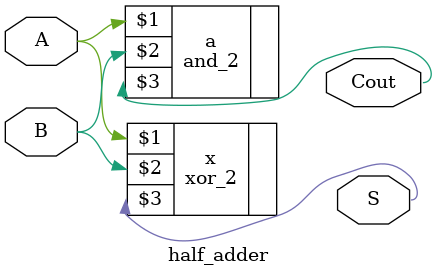
<source format=v>
`include "xor_2.v"
`include "and_2.v"

module half_adder(A, B, S, Cout);

	input A, B;
	output S, Cout;

xor_2 x(A, B, S);
and_2 a(A, B, Cout);

endmodule
</source>
